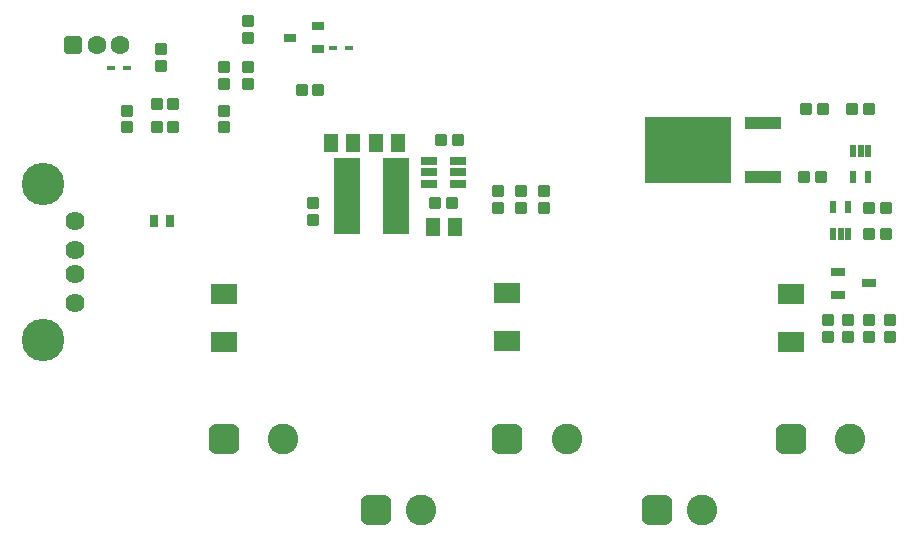
<source format=gts>
G04*
G04 #@! TF.GenerationSoftware,Altium Limited,Altium Designer,23.4.1 (23)*
G04*
G04 Layer_Color=8388736*
%FSLAX44Y44*%
%MOMM*%
G71*
G04*
G04 #@! TF.SameCoordinates,1CC85F37-83BB-4277-A685-93E53EEA7533*
G04*
G04*
G04 #@! TF.FilePolarity,Negative*
G04*
G01*
G75*
%ADD14R,1.2000X0.7000*%
G04:AMPARAMS|DCode=15|XSize=1.05mm|YSize=1.07mm|CornerRadius=0.145mm|HoleSize=0mm|Usage=FLASHONLY|Rotation=90.000|XOffset=0mm|YOffset=0mm|HoleType=Round|Shape=RoundedRectangle|*
%AMROUNDEDRECTD15*
21,1,1.0500,0.7800,0,0,90.0*
21,1,0.7600,1.0700,0,0,90.0*
1,1,0.2900,0.3900,0.3800*
1,1,0.2900,0.3900,-0.3800*
1,1,0.2900,-0.3900,-0.3800*
1,1,0.2900,-0.3900,0.3800*
%
%ADD15ROUNDEDRECTD15*%
G04:AMPARAMS|DCode=16|XSize=1.05mm|YSize=1.07mm|CornerRadius=0.145mm|HoleSize=0mm|Usage=FLASHONLY|Rotation=180.000|XOffset=0mm|YOffset=0mm|HoleType=Round|Shape=RoundedRectangle|*
%AMROUNDEDRECTD16*
21,1,1.0500,0.7800,0,0,180.0*
21,1,0.7600,1.0700,0,0,180.0*
1,1,0.2900,-0.3800,0.3900*
1,1,0.2900,0.3800,0.3900*
1,1,0.2900,0.3800,-0.3900*
1,1,0.2900,-0.3800,-0.3900*
%
%ADD16ROUNDEDRECTD16*%
%ADD17R,0.5000X1.0000*%
%ADD18R,7.4000X5.6500*%
%ADD19R,3.0500X1.0500*%
%ADD20R,0.8000X1.0000*%
%ADD21R,1.1500X1.5000*%
%ADD22R,2.3000X1.7000*%
%ADD23R,1.3500X0.7000*%
%ADD24R,0.7500X0.4000*%
%ADD25R,1.1000X0.7000*%
%ADD26R,2.2500X6.4000*%
%ADD27C,1.6240*%
%ADD28C,3.6000*%
G04:AMPARAMS|DCode=29|XSize=1.6mm|YSize=1.6mm|CornerRadius=0.425mm|HoleSize=0mm|Usage=FLASHONLY|Rotation=180.000|XOffset=0mm|YOffset=0mm|HoleType=Round|Shape=RoundedRectangle|*
%AMROUNDEDRECTD29*
21,1,1.6000,0.7500,0,0,180.0*
21,1,0.7500,1.6000,0,0,180.0*
1,1,0.8500,-0.3750,0.3750*
1,1,0.8500,0.3750,0.3750*
1,1,0.8500,0.3750,-0.3750*
1,1,0.8500,-0.3750,-0.3750*
%
%ADD29ROUNDEDRECTD29*%
%ADD30C,1.6000*%
G04:AMPARAMS|DCode=31|XSize=2.6mm|YSize=2.6mm|CornerRadius=0.675mm|HoleSize=0mm|Usage=FLASHONLY|Rotation=90.000|XOffset=0mm|YOffset=0mm|HoleType=Round|Shape=RoundedRectangle|*
%AMROUNDEDRECTD31*
21,1,2.6000,1.2500,0,0,90.0*
21,1,1.2500,2.6000,0,0,90.0*
1,1,1.3500,0.6250,0.6250*
1,1,1.3500,0.6250,-0.6250*
1,1,1.3500,-0.6250,-0.6250*
1,1,1.3500,-0.6250,0.6250*
%
%ADD31ROUNDEDRECTD31*%
%ADD32C,2.6000*%
D14*
X780000Y241500D02*
D03*
Y222500D02*
D03*
X806000Y232000D02*
D03*
D15*
X771000Y201000D02*
D03*
Y186800D02*
D03*
X824000Y201100D02*
D03*
Y186900D02*
D03*
X806000Y201100D02*
D03*
Y186900D02*
D03*
X788000Y201100D02*
D03*
Y186900D02*
D03*
X531000Y310100D02*
D03*
Y295900D02*
D03*
X335000Y300100D02*
D03*
Y285900D02*
D03*
X207000Y430000D02*
D03*
Y415800D02*
D03*
X280000Y440000D02*
D03*
Y454200D02*
D03*
X260000Y364000D02*
D03*
Y378200D02*
D03*
X178229Y378332D02*
D03*
Y364132D02*
D03*
X280000Y400900D02*
D03*
Y415100D02*
D03*
X260000Y400900D02*
D03*
Y415100D02*
D03*
X511500Y295900D02*
D03*
Y310100D02*
D03*
X492000Y295900D02*
D03*
Y310100D02*
D03*
D16*
X805900Y274000D02*
D03*
X820100D02*
D03*
X752900Y380000D02*
D03*
X767100D02*
D03*
X791900D02*
D03*
X806100D02*
D03*
X806100Y296000D02*
D03*
X820300D02*
D03*
X750900Y322000D02*
D03*
X765100D02*
D03*
X340000Y395500D02*
D03*
X325800D02*
D03*
X217100Y364000D02*
D03*
X202900D02*
D03*
Y384000D02*
D03*
X217100D02*
D03*
X458100Y353000D02*
D03*
X443900D02*
D03*
X453100Y300000D02*
D03*
X438900D02*
D03*
D17*
X805500Y321750D02*
D03*
X792500D02*
D03*
Y344250D02*
D03*
X799000D02*
D03*
X805500D02*
D03*
X775500Y296250D02*
D03*
X788500D02*
D03*
Y273750D02*
D03*
X782000D02*
D03*
X775500D02*
D03*
D18*
X653000Y345200D02*
D03*
D19*
X716000Y368000D02*
D03*
Y322400D02*
D03*
D20*
X214500Y285000D02*
D03*
X200500D02*
D03*
D21*
X350750Y351000D02*
D03*
X369250D02*
D03*
X388750D02*
D03*
X407250D02*
D03*
X455250Y280000D02*
D03*
X436750D02*
D03*
D22*
X740000Y182400D02*
D03*
Y222600D02*
D03*
X260000D02*
D03*
Y182400D02*
D03*
X500000Y183400D02*
D03*
Y223600D02*
D03*
D23*
X458500Y335500D02*
D03*
Y326000D02*
D03*
Y316500D02*
D03*
X433500D02*
D03*
Y326000D02*
D03*
Y335500D02*
D03*
D24*
X164150Y414000D02*
D03*
X177650D02*
D03*
X365750Y431000D02*
D03*
X352250D02*
D03*
D25*
X340000Y430500D02*
D03*
Y449500D02*
D03*
X316000Y440000D02*
D03*
D26*
X364250Y306000D02*
D03*
X405750D02*
D03*
D27*
X134000Y215000D02*
D03*
Y240000D02*
D03*
Y260000D02*
D03*
Y285000D02*
D03*
D28*
X106900Y315700D02*
D03*
Y184300D02*
D03*
D29*
X132150Y434000D02*
D03*
D30*
X152150D02*
D03*
X172150D02*
D03*
D31*
X389000Y40000D02*
D03*
X500000Y100001D02*
D03*
X627000Y40000D02*
D03*
X740000Y100001D02*
D03*
X260000Y100000D02*
D03*
D32*
X427100Y40000D02*
D03*
X550000Y100001D02*
D03*
X665100Y40000D02*
D03*
X790000Y100001D02*
D03*
X310000Y100000D02*
D03*
M02*

</source>
